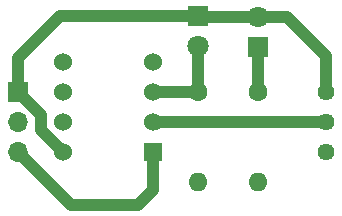
<source format=gtl>
%TF.GenerationSoftware,KiCad,Pcbnew,(5.1.8)-1*%
%TF.CreationDate,2020-12-04T14:16:00-08:00*%
%TF.ProjectId,Tachometer,54616368-6f6d-4657-9465-722e6b696361,rev?*%
%TF.SameCoordinates,Original*%
%TF.FileFunction,Copper,L1,Top*%
%TF.FilePolarity,Positive*%
%FSLAX46Y46*%
G04 Gerber Fmt 4.6, Leading zero omitted, Abs format (unit mm)*
G04 Created by KiCad (PCBNEW (5.1.8)-1) date 2020-12-04 14:16:00*
%MOMM*%
%LPD*%
G01*
G04 APERTURE LIST*
%TA.AperFunction,ComponentPad*%
%ADD10C,1.440000*%
%TD*%
%TA.AperFunction,ComponentPad*%
%ADD11C,1.600000*%
%TD*%
%TA.AperFunction,ComponentPad*%
%ADD12O,1.600000X1.600000*%
%TD*%
%TA.AperFunction,ComponentPad*%
%ADD13O,1.700000X1.700000*%
%TD*%
%TA.AperFunction,ComponentPad*%
%ADD14R,1.700000X1.700000*%
%TD*%
%TA.AperFunction,ComponentPad*%
%ADD15C,1.800000*%
%TD*%
%TA.AperFunction,ComponentPad*%
%ADD16R,1.800000X1.800000*%
%TD*%
%TA.AperFunction,ComponentPad*%
%ADD17C,1.524000*%
%TD*%
%TA.AperFunction,ComponentPad*%
%ADD18R,1.524000X1.524000*%
%TD*%
%TA.AperFunction,Conductor*%
%ADD19C,1.000000*%
%TD*%
G04 APERTURE END LIST*
D10*
%TO.P,RV1,3*%
%TO.N,Net-(J1-Pad2)*%
X104775000Y-85725000D03*
%TO.P,RV1,2*%
%TO.N,Net-(RV1-Pad2)*%
X104775000Y-83185000D03*
%TO.P,RV1,1*%
%TO.N,Net-(D1-Pad2)*%
X104775000Y-80645000D03*
%TD*%
D11*
%TO.P,R2,1*%
%TO.N,Net-(D2-Pad2)*%
X93980000Y-80645000D03*
D12*
%TO.P,R2,2*%
%TO.N,Net-(J1-Pad2)*%
X93980000Y-88265000D03*
%TD*%
D11*
%TO.P,R1,1*%
%TO.N,Net-(D1-Pad1)*%
X99060000Y-80645000D03*
D12*
%TO.P,R1,2*%
%TO.N,Net-(J1-Pad2)*%
X99060000Y-88265000D03*
%TD*%
D13*
%TO.P,J1,3*%
%TO.N,Net-(J1-Pad3)*%
X78740000Y-85725000D03*
%TO.P,J1,2*%
%TO.N,Net-(J1-Pad2)*%
X78740000Y-83185000D03*
D14*
%TO.P,J1,1*%
%TO.N,Net-(D1-Pad2)*%
X78740000Y-80645000D03*
%TD*%
D15*
%TO.P,D2,2*%
%TO.N,Net-(D2-Pad2)*%
X93980000Y-76708000D03*
D16*
%TO.P,D2,1*%
%TO.N,Net-(D1-Pad2)*%
X93980000Y-74168000D03*
%TD*%
D17*
%TO.P,U1,8*%
%TO.N,Net-(D1-Pad2)*%
X82550000Y-85725000D03*
%TO.P,U1,7*%
%TO.N,N/C*%
X82550000Y-83185000D03*
%TO.P,U1,6*%
X82550000Y-80645000D03*
%TO.P,U1,5*%
X82550000Y-78105000D03*
%TO.P,U1,4*%
%TO.N,Net-(J1-Pad2)*%
X90170000Y-78105000D03*
%TO.P,U1,3*%
%TO.N,Net-(D2-Pad2)*%
X90170000Y-80645000D03*
%TO.P,U1,2*%
%TO.N,Net-(RV1-Pad2)*%
X90170000Y-83185000D03*
D18*
%TO.P,U1,1*%
%TO.N,Net-(J1-Pad3)*%
X90170000Y-85725000D03*
%TD*%
D15*
%TO.P,D1,2*%
%TO.N,Net-(D1-Pad2)*%
X99060000Y-74295000D03*
D16*
%TO.P,D1,1*%
%TO.N,Net-(D1-Pad1)*%
X99060000Y-76835000D03*
%TD*%
D19*
%TO.N,Net-(D1-Pad2)*%
X94107000Y-74295000D02*
X93980000Y-74168000D01*
X99060000Y-74295000D02*
X94107000Y-74295000D01*
X82550000Y-85725000D02*
X80645000Y-83820000D01*
X80645000Y-83820000D02*
X80645000Y-82550000D01*
X80645000Y-82550000D02*
X78740000Y-80645000D01*
X99060000Y-74295000D02*
X101473000Y-74295000D01*
X104775000Y-77597000D02*
X104775000Y-80645000D01*
X101473000Y-74295000D02*
X104775000Y-77597000D01*
X78740000Y-77724000D02*
X78740000Y-80645000D01*
X82296000Y-74168000D02*
X78740000Y-77724000D01*
X93980000Y-74168000D02*
X82296000Y-74168000D01*
%TO.N,Net-(D1-Pad1)*%
X99060000Y-76835000D02*
X99060000Y-80645000D01*
%TO.N,Net-(D2-Pad2)*%
X93980000Y-80645000D02*
X90170000Y-80645000D01*
X93980000Y-76708000D02*
X93980000Y-80645000D01*
%TO.N,Net-(J1-Pad3)*%
X90170000Y-88900000D02*
X90170000Y-85725000D01*
X88900000Y-90170000D02*
X90170000Y-88900000D01*
X83185000Y-90170000D02*
X88900000Y-90170000D01*
X78740000Y-85725000D02*
X83185000Y-90170000D01*
%TO.N,Net-(RV1-Pad2)*%
X90464000Y-83272000D02*
X90424000Y-83312000D01*
X104775000Y-83185000D02*
X90170000Y-83185000D01*
%TD*%
M02*

</source>
